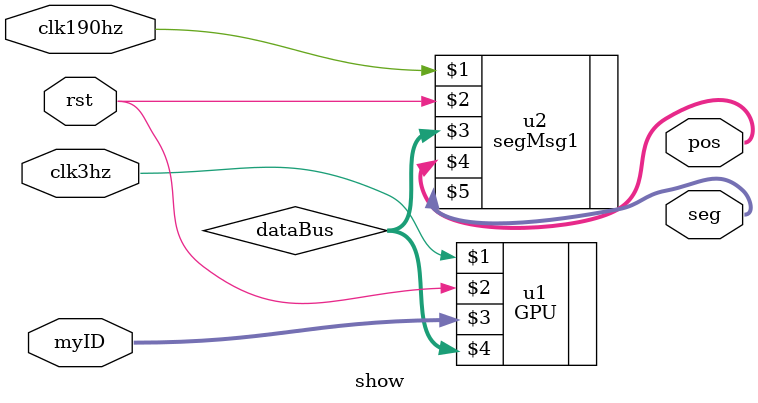
<source format=v>
`timescale 1ns / 1ps

module show(
    input clk190hz,
    input clk3hz,
    input rst,
    input [31:0] myID,
    output [3:0] pos,
    output [7:0] seg
);
    
    wire [15:0] dataBus;
    GPU     u1(clk3hz, rst, myID, dataBus);
    segMsg1 u2(clk190hz, rst, dataBus, pos, seg);
endmodule

</source>
